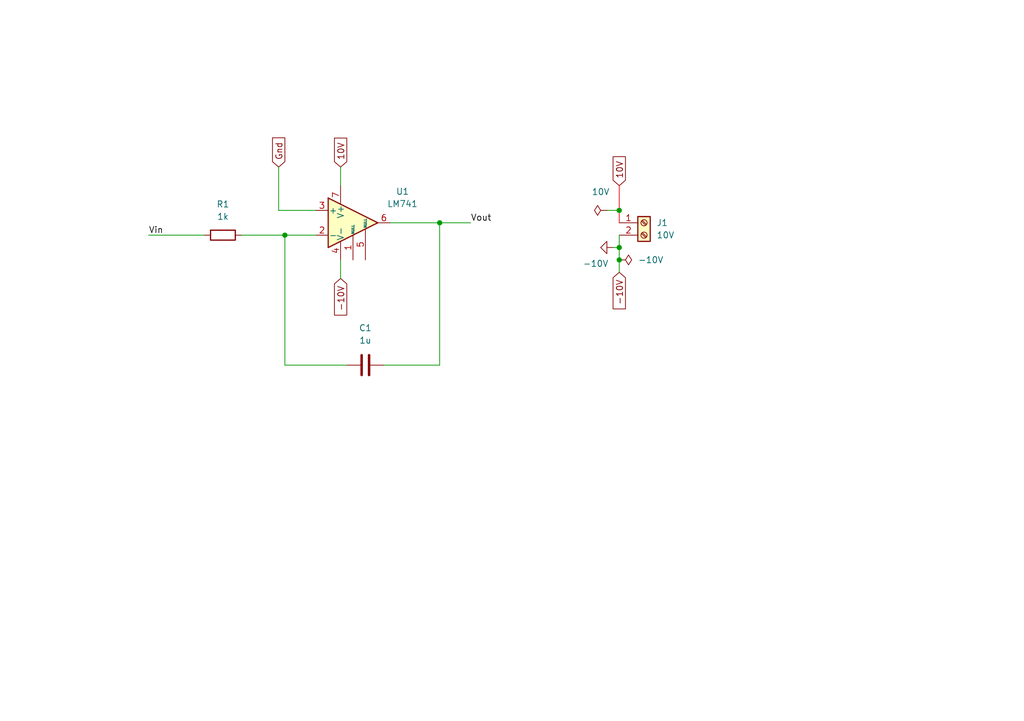
<source format=kicad_sch>
(kicad_sch (version 20250114) (generator "eeschema") (generator_version "9.0")
  (paper "A5")
  (lib_symbols
    (symbol "Amplifier_Operational:LM741" (pin_names (offset 0.127))
      (property "Reference" "U" (at 0 6.35 0))
      (property "Value" "LM741" (at 0 3.81 0))
      (symbol "LM741_0_1"
        (polyline (pts (xy -5.08 5.08) (xy 5.08 0) (xy -5.08 -5.08) (xy -5.08 5.08)) (stroke (width 0.254)) (fill (type background)))
      )
      (symbol "LM741_1_1"
        (pin input line (at -7.62 2.54 0) (length 2.54) (name "+") (number "3"))
        (pin input line (at -7.62 -2.54 0) (length 2.54) (name "-") (number "2"))
        (pin power_in line (at -2.54 7.62 270) (length 3.81) (name "V+") (number "7"))
        (pin power_in line (at -2.54 -7.62 90) (length 3.81) (name "V-") (number "4"))
        (pin no_connect line (at 0 2.54 270) (length 2.54) (hide yes) (name "NC") (number "8"))
        (pin input line (at 0 -7.62 90) (length 5.08) (name "NULL") (number "1"))
        (pin input line (at 2.54 -7.62 90) (length 6.35) (name "NULL") (number "5"))
        (pin output line (at 7.62 0 180) (length 2.54) (name "~") (number "6"))
      )
    )
    (symbol "Connector:Screw_Terminal_01x02" (pin_names (offset 1.016) (hide yes))
      (property "Reference" "J" (at 0 2.54 0))
      (property "Value" "Screw_Terminal_01x02" (at 0 -5.08 0))
      (symbol "Screw_Terminal_01x02_1_1"
        (rectangle (start -1.27 1.27) (end 1.27 -3.81) (stroke (width 0.254)) (fill (type background)))
        (polyline (pts (xy -0.5334 0.3302) (xy 0.3302 -0.508)) (stroke (width 0.1524)))
        (polyline (pts (xy -0.5334 -2.2098) (xy 0.3302 -3.048)) (stroke (width 0.1524)))
        (polyline (pts (xy -0.3556 0.508) (xy 0.508 -0.3302)) (stroke (width 0.1524)))
        (polyline (pts (xy -0.3556 -2.032) (xy 0.508 -2.8702)) (stroke (width 0.1524)))
        (circle (center 0 0) (radius 0.635) (stroke (width 0.1524)))
        (circle (center 0 -2.54) (radius 0.635) (stroke (width 0.1524)))
        (pin passive line (at -5.08 0 0) (length 3.81) (name "Pin_1") (number "1"))
        (pin passive line (at -5.08 -2.54 0) (length 3.81) (name "Pin_2") (number "2"))
      )
    )
    (symbol "Device:C" (pin_numbers (hide yes)) (pin_names (offset 0.254))
      (property "Reference" "C" (at 0.635 2.54 0))
      (property "Value" "C" (at 0.635 -2.54 0))
      (symbol "C_0_1"
        (polyline (pts (xy -2.032 0.762) (xy 2.032 0.762)) (stroke (width 0.508)))
        (polyline (pts (xy -2.032 -0.762) (xy 2.032 -0.762)) (stroke (width 0.508)))
      )
      (symbol "C_1_1"
        (pin passive line (at 0 3.81 270) (length 2.794) (name "~") (number "1"))
        (pin passive line (at 0 -3.81 90) (length 2.794) (name "~") (number "2"))
      )
    )
    (symbol "Device:R" (pin_numbers (hide yes)) (pin_names (offset 0))
      (property "Reference" "R" (at 2.032 0 90))
      (property "Value" "R" (at 0 0 90))
      (symbol "R_0_1"
        (rectangle (start -1.016 -2.54) (end 1.016 2.54) (stroke (width 0.254)))
      )
      (symbol "R_1_1"
        (pin passive line (at 0 3.81 270) (length 1.27) (name "~") (number "1"))
        (pin passive line (at 0 -3.81 90) (length 1.27) (name "~") (number "2"))
      )
    )
    (symbol "power:GND" (power) (pin_numbers (hide yes)) (pin_names (offset 0) (hide yes))
      (property "Value" "GND" (at 0 -3.81 0))
      (symbol "GND_0_1"
        (polyline (pts (xy 0 0) (xy 0 -1.27) (xy 1.27 -1.27) (xy 0 -2.54) (xy -1.27 -1.27) (xy 0 -1.27)))
      )
      (symbol "GND_1_1"
        (pin power_in line (at 0 0 270) (length 0) (name "~") (number "1"))
      )
    )
    (symbol "power:PWR_FLAG" (power) (pin_numbers (hide yes)) (pin_names (offset 0) (hide yes))
      (property "Value" "PWR_FLAG" (at 0 3.81 0))
      (symbol "PWR_FLAG_0_0"
        (pin power_out line (at 0 0 90) (length 0) (name "~") (number "1"))
      )
      (symbol "PWR_FLAG_0_1"
        (polyline (pts (xy 0 0) (xy 0 1.27) (xy -1.016 1.905) (xy 0 2.54) (xy 1.016 1.905) (xy 0 1.27)))
      )
    )
  )
  (junction (at 90.17 45.72))
  (junction (at 127 50.8))
  (junction (at 58.42 48.26))
  (junction (at 127 43.18))
  (junction (at 127 53.34))
  (wire (pts (xy 49.53 48.26) (xy 58.42 48.26)))
  (wire (pts (xy 127 45.72) (xy 127 43.18)) (stroke (width 0) (color 255 0 0 1)))
  (wire (pts (xy 58.42 48.26) (xy 64.77 48.26)))
  (wire (pts (xy 124.46 43.18) (xy 127 43.18)))
  (wire (pts (xy 64.77 43.18) (xy 57.15 43.18)))
  (wire (pts (xy 127 53.34) (xy 127 55.88)))
  (wire (pts (xy 125.73 50.8) (xy 127 50.8)))
  (wire (pts (xy 58.42 74.93) (xy 58.42 48.26)))
  (wire (pts (xy 127 50.8) (xy 127 53.34)))
  (wire (pts (xy 127 38.1) (xy 127 43.18)) (stroke (width 0) (color 255 0 0 1)))
  (wire (pts (xy 57.15 43.18) (xy 57.15 34.29)))
  (wire (pts (xy 78.74 74.93) (xy 90.17 74.93)))
  (wire (pts (xy 69.85 34.29) (xy 69.85 38.1)))
  (wire (pts (xy 71.12 74.93) (xy 58.42 74.93)))
  (wire (pts (xy 90.17 74.93) (xy 90.17 45.72)))
  (wire (pts (xy 69.85 53.34) (xy 69.85 57.15)))
  (wire (pts (xy 90.17 45.72) (xy 96.52 45.72)))
  (wire (pts (xy 80.01 45.72) (xy 90.17 45.72)))
  (wire (pts (xy 30.48 48.26) (xy 41.91 48.26)))
  (wire (pts (xy 127 48.26) (xy 127 50.8)))
  (label "Vin" (at 30.48 48.26 0))
  (label "Vout" (at 96.52 45.72 0))
  (global_label "Gnd" (shape input) (at 57.15 34.29 90) (property "Intersheetrefs" "${INTERSHEET_REFS}" (effects (hide yes))))
  (global_label "-10V" (shape input) (at 69.85 57.15 270) (property "Intersheetrefs" "${INTERSHEET_REFS}" (effects (hide yes))))
  (global_label "10V" (shape input) (at 69.85 34.29 90) (property "Intersheetrefs" "${INTERSHEET_REFS}" (effects (hide yes))))
  (global_label "10V" (shape input) (at 127 38.1 90) (property "Intersheetrefs" "${INTERSHEET_REFS}" (effects (hide yes))))
  (global_label "-10V" (shape input) (at 127 55.88 270) (property "Intersheetrefs" "${INTERSHEET_REFS}" (effects (hide yes))))
  (symbol (lib_id "Connector:Screw_Terminal_01x02") (at 132.08 45.72 0) (unit 1)
    (property "Reference" "J1" (at 134.62 45.7199 0) (effects (justify left)))
    (property "Value" "10V" (at 134.62 48.2599 0) (effects (justify left)))
    (property "Footprint" "TerminalBlock:TerminalBlock_Xinya_XY308-2.54-2P_1x02_P2.54mm_Horizontal" (effects (hide yes)))
    (property "Description" "Generic screw terminal, single row, 01x02, script generated (kicad-library-utils/schlib/autogen/connector/)" (effects (hide yes)))
    (property "Sim.Device" "V" (effects (hide yes)))
    (property "Sim.Type" "DC" (effects (hide yes)))
    (property "Sim.Pins" "1=+ 2=-" (effects (hide yes)))
  )
  (symbol (lib_id "power:GND") (at 125.73 50.8 270) (unit 1)
    (property "Reference" "#PWR03" (effects (hide yes)))
    (property "Value" "-10V" (at 122.174 54.102 90))
    (property "Description" "Power symbol creates a global label with name \"GND\" , ground" (effects (hide yes)))
  )
  (symbol (lib_id "power:PWR_FLAG") (at 127 53.34 270) (unit 1)
    (property "Reference" "#FLG02" (effects (hide yes)))
    (property "Value" "-10V" (at 130.81 53.3399 90) (effects (justify left)))
    (property "Description" "Special symbol for telling ERC where power comes from" (effects (hide yes)))
  )
  (symbol (lib_id "Amplifier_Operational:LM741") (at 72.39 45.72 0) (unit 1)
    (property "Reference" "U1" (at 82.55 39.2998 0))
    (property "Value" "LM741" (at 82.55 41.8398 0))
    (property "Datasheet" "http://www.ti.com/lit/ds/symlink/lm741.pdf" (effects (hide yes)))
    (property "Description" "Operational Amplifier, DIP-8/TO-99-8" (effects (hide yes)))
  )
  (symbol (lib_id "Device:C") (at 74.93 74.93 90) (unit 1)
    (property "Reference" "C1" (at 74.93 67.31 90))
    (property "Value" "1u" (at 74.93 69.85 90))
    (property "Description" "Unpolarized capacitor" (effects (hide yes)))
  )
  (symbol (lib_id "power:PWR_FLAG") (at 124.46 43.18 90) (unit 1)
    (property "Reference" "#FLG01" (effects (hide yes)))
    (property "Value" "10V" (at 123.19 39.37 90))
    (property "Description" "Special symbol for telling ERC where power comes from" (effects (hide yes)))
  )
  (symbol (lib_id "Device:R") (at 45.72 48.26 90) (unit 1)
    (property "Reference" "R1" (at 45.72 41.91 90))
    (property "Value" "1k" (at 45.72 44.45 90))
    (property "Description" "Resistor" (effects (hide yes)))
  )
)
</source>
